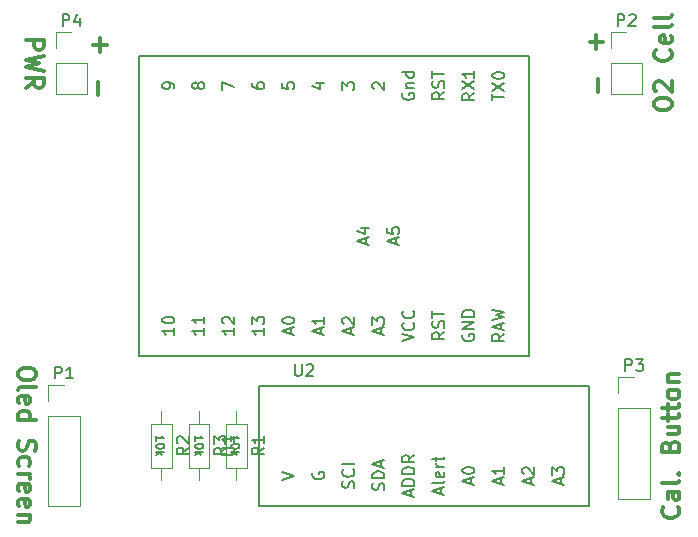
<source format=gto>
G04 #@! TF.FileFunction,Legend,Top*
%FSLAX46Y46*%
G04 Gerber Fmt 4.6, Leading zero omitted, Abs format (unit mm)*
G04 Created by KiCad (PCBNEW 4.0.5) date 04/29/17 21:11:23*
%MOMM*%
%LPD*%
G01*
G04 APERTURE LIST*
%ADD10C,0.100000*%
%ADD11C,0.175000*%
%ADD12C,0.300000*%
%ADD13C,0.120000*%
%ADD14C,0.150000*%
G04 APERTURE END LIST*
D10*
D11*
X185611333Y-135473333D02*
X185611333Y-135073333D01*
X185611333Y-135273333D02*
X186311333Y-135273333D01*
X186211333Y-135206667D01*
X186144667Y-135140000D01*
X186111333Y-135073333D01*
X186311333Y-135906667D02*
X186311333Y-135973334D01*
X186278000Y-136040000D01*
X186244667Y-136073334D01*
X186178000Y-136106667D01*
X186044667Y-136140000D01*
X185878000Y-136140000D01*
X185744667Y-136106667D01*
X185678000Y-136073334D01*
X185644667Y-136040000D01*
X185611333Y-135973334D01*
X185611333Y-135906667D01*
X185644667Y-135840000D01*
X185678000Y-135806667D01*
X185744667Y-135773334D01*
X185878000Y-135740000D01*
X186044667Y-135740000D01*
X186178000Y-135773334D01*
X186244667Y-135806667D01*
X186278000Y-135840000D01*
X186311333Y-135906667D01*
X185611333Y-136440001D02*
X186311333Y-136440001D01*
X185878000Y-136506667D02*
X185611333Y-136706667D01*
X186078000Y-136706667D02*
X185811333Y-136440001D01*
X182563333Y-135473333D02*
X182563333Y-135073333D01*
X182563333Y-135273333D02*
X183263333Y-135273333D01*
X183163333Y-135206667D01*
X183096667Y-135140000D01*
X183063333Y-135073333D01*
X183263333Y-135906667D02*
X183263333Y-135973334D01*
X183230000Y-136040000D01*
X183196667Y-136073334D01*
X183130000Y-136106667D01*
X182996667Y-136140000D01*
X182830000Y-136140000D01*
X182696667Y-136106667D01*
X182630000Y-136073334D01*
X182596667Y-136040000D01*
X182563333Y-135973334D01*
X182563333Y-135906667D01*
X182596667Y-135840000D01*
X182630000Y-135806667D01*
X182696667Y-135773334D01*
X182830000Y-135740000D01*
X182996667Y-135740000D01*
X183130000Y-135773334D01*
X183196667Y-135806667D01*
X183230000Y-135840000D01*
X183263333Y-135906667D01*
X182563333Y-136440001D02*
X183263333Y-136440001D01*
X182830000Y-136506667D02*
X182563333Y-136706667D01*
X183030000Y-136706667D02*
X182763333Y-136440001D01*
X179261333Y-135473333D02*
X179261333Y-135073333D01*
X179261333Y-135273333D02*
X179961333Y-135273333D01*
X179861333Y-135206667D01*
X179794667Y-135140000D01*
X179761333Y-135073333D01*
X179961333Y-135906667D02*
X179961333Y-135973334D01*
X179928000Y-136040000D01*
X179894667Y-136073334D01*
X179828000Y-136106667D01*
X179694667Y-136140000D01*
X179528000Y-136140000D01*
X179394667Y-136106667D01*
X179328000Y-136073334D01*
X179294667Y-136040000D01*
X179261333Y-135973334D01*
X179261333Y-135906667D01*
X179294667Y-135840000D01*
X179328000Y-135806667D01*
X179394667Y-135773334D01*
X179528000Y-135740000D01*
X179694667Y-135740000D01*
X179828000Y-135773334D01*
X179894667Y-135806667D01*
X179928000Y-135840000D01*
X179961333Y-135906667D01*
X179261333Y-136440001D02*
X179961333Y-136440001D01*
X179528000Y-136506667D02*
X179261333Y-136706667D01*
X179728000Y-136706667D02*
X179461333Y-136440001D01*
D12*
X173926572Y-101961143D02*
X175069429Y-101961143D01*
X174498000Y-102532571D02*
X174498000Y-101389714D01*
X174351143Y-106235428D02*
X174351143Y-105092571D01*
X215963572Y-101707143D02*
X217106429Y-101707143D01*
X216535000Y-102278571D02*
X216535000Y-101135714D01*
X216642143Y-105981428D02*
X216642143Y-104838571D01*
X168231429Y-101505000D02*
X169731429Y-101505000D01*
X169731429Y-102076428D01*
X169660000Y-102219286D01*
X169588571Y-102290714D01*
X169445714Y-102362143D01*
X169231429Y-102362143D01*
X169088571Y-102290714D01*
X169017143Y-102219286D01*
X168945714Y-102076428D01*
X168945714Y-101505000D01*
X169731429Y-102862143D02*
X168231429Y-103219286D01*
X169302857Y-103505000D01*
X168231429Y-103790714D01*
X169731429Y-104147857D01*
X168231429Y-105576429D02*
X168945714Y-105076429D01*
X168231429Y-104719286D02*
X169731429Y-104719286D01*
X169731429Y-105290714D01*
X169660000Y-105433572D01*
X169588571Y-105505000D01*
X169445714Y-105576429D01*
X169231429Y-105576429D01*
X169088571Y-105505000D01*
X169017143Y-105433572D01*
X168945714Y-105290714D01*
X168945714Y-104719286D01*
X169096429Y-129675715D02*
X169096429Y-129961429D01*
X169025000Y-130104287D01*
X168882143Y-130247144D01*
X168596429Y-130318572D01*
X168096429Y-130318572D01*
X167810714Y-130247144D01*
X167667857Y-130104287D01*
X167596429Y-129961429D01*
X167596429Y-129675715D01*
X167667857Y-129532858D01*
X167810714Y-129390001D01*
X168096429Y-129318572D01*
X168596429Y-129318572D01*
X168882143Y-129390001D01*
X169025000Y-129532858D01*
X169096429Y-129675715D01*
X167596429Y-131175716D02*
X167667857Y-131032858D01*
X167810714Y-130961430D01*
X169096429Y-130961430D01*
X167667857Y-132318572D02*
X167596429Y-132175715D01*
X167596429Y-131890001D01*
X167667857Y-131747144D01*
X167810714Y-131675715D01*
X168382143Y-131675715D01*
X168525000Y-131747144D01*
X168596429Y-131890001D01*
X168596429Y-132175715D01*
X168525000Y-132318572D01*
X168382143Y-132390001D01*
X168239286Y-132390001D01*
X168096429Y-131675715D01*
X167596429Y-133675715D02*
X169096429Y-133675715D01*
X167667857Y-133675715D02*
X167596429Y-133532858D01*
X167596429Y-133247144D01*
X167667857Y-133104286D01*
X167739286Y-133032858D01*
X167882143Y-132961429D01*
X168310714Y-132961429D01*
X168453571Y-133032858D01*
X168525000Y-133104286D01*
X168596429Y-133247144D01*
X168596429Y-133532858D01*
X168525000Y-133675715D01*
X167667857Y-135461429D02*
X167596429Y-135675715D01*
X167596429Y-136032858D01*
X167667857Y-136175715D01*
X167739286Y-136247144D01*
X167882143Y-136318572D01*
X168025000Y-136318572D01*
X168167857Y-136247144D01*
X168239286Y-136175715D01*
X168310714Y-136032858D01*
X168382143Y-135747144D01*
X168453571Y-135604286D01*
X168525000Y-135532858D01*
X168667857Y-135461429D01*
X168810714Y-135461429D01*
X168953571Y-135532858D01*
X169025000Y-135604286D01*
X169096429Y-135747144D01*
X169096429Y-136104286D01*
X169025000Y-136318572D01*
X167667857Y-137604286D02*
X167596429Y-137461429D01*
X167596429Y-137175715D01*
X167667857Y-137032857D01*
X167739286Y-136961429D01*
X167882143Y-136890000D01*
X168310714Y-136890000D01*
X168453571Y-136961429D01*
X168525000Y-137032857D01*
X168596429Y-137175715D01*
X168596429Y-137461429D01*
X168525000Y-137604286D01*
X167596429Y-138247143D02*
X168596429Y-138247143D01*
X168310714Y-138247143D02*
X168453571Y-138318571D01*
X168525000Y-138390000D01*
X168596429Y-138532857D01*
X168596429Y-138675714D01*
X167667857Y-139747142D02*
X167596429Y-139604285D01*
X167596429Y-139318571D01*
X167667857Y-139175714D01*
X167810714Y-139104285D01*
X168382143Y-139104285D01*
X168525000Y-139175714D01*
X168596429Y-139318571D01*
X168596429Y-139604285D01*
X168525000Y-139747142D01*
X168382143Y-139818571D01*
X168239286Y-139818571D01*
X168096429Y-139104285D01*
X167667857Y-141032856D02*
X167596429Y-140889999D01*
X167596429Y-140604285D01*
X167667857Y-140461428D01*
X167810714Y-140389999D01*
X168382143Y-140389999D01*
X168525000Y-140461428D01*
X168596429Y-140604285D01*
X168596429Y-140889999D01*
X168525000Y-141032856D01*
X168382143Y-141104285D01*
X168239286Y-141104285D01*
X168096429Y-140389999D01*
X168596429Y-141747142D02*
X167596429Y-141747142D01*
X168453571Y-141747142D02*
X168525000Y-141818570D01*
X168596429Y-141961428D01*
X168596429Y-142175713D01*
X168525000Y-142318570D01*
X168382143Y-142389999D01*
X167596429Y-142389999D01*
X223420714Y-141068571D02*
X223492143Y-141140000D01*
X223563571Y-141354286D01*
X223563571Y-141497143D01*
X223492143Y-141711428D01*
X223349286Y-141854286D01*
X223206429Y-141925714D01*
X222920714Y-141997143D01*
X222706429Y-141997143D01*
X222420714Y-141925714D01*
X222277857Y-141854286D01*
X222135000Y-141711428D01*
X222063571Y-141497143D01*
X222063571Y-141354286D01*
X222135000Y-141140000D01*
X222206429Y-141068571D01*
X223563571Y-139782857D02*
X222777857Y-139782857D01*
X222635000Y-139854286D01*
X222563571Y-139997143D01*
X222563571Y-140282857D01*
X222635000Y-140425714D01*
X223492143Y-139782857D02*
X223563571Y-139925714D01*
X223563571Y-140282857D01*
X223492143Y-140425714D01*
X223349286Y-140497143D01*
X223206429Y-140497143D01*
X223063571Y-140425714D01*
X222992143Y-140282857D01*
X222992143Y-139925714D01*
X222920714Y-139782857D01*
X223563571Y-138854285D02*
X223492143Y-138997143D01*
X223349286Y-139068571D01*
X222063571Y-139068571D01*
X223420714Y-138282857D02*
X223492143Y-138211429D01*
X223563571Y-138282857D01*
X223492143Y-138354286D01*
X223420714Y-138282857D01*
X223563571Y-138282857D01*
X222777857Y-135925714D02*
X222849286Y-135711428D01*
X222920714Y-135640000D01*
X223063571Y-135568571D01*
X223277857Y-135568571D01*
X223420714Y-135640000D01*
X223492143Y-135711428D01*
X223563571Y-135854286D01*
X223563571Y-136425714D01*
X222063571Y-136425714D01*
X222063571Y-135925714D01*
X222135000Y-135782857D01*
X222206429Y-135711428D01*
X222349286Y-135640000D01*
X222492143Y-135640000D01*
X222635000Y-135711428D01*
X222706429Y-135782857D01*
X222777857Y-135925714D01*
X222777857Y-136425714D01*
X222563571Y-134282857D02*
X223563571Y-134282857D01*
X222563571Y-134925714D02*
X223349286Y-134925714D01*
X223492143Y-134854286D01*
X223563571Y-134711428D01*
X223563571Y-134497143D01*
X223492143Y-134354286D01*
X223420714Y-134282857D01*
X222563571Y-133782857D02*
X222563571Y-133211428D01*
X222063571Y-133568571D02*
X223349286Y-133568571D01*
X223492143Y-133497143D01*
X223563571Y-133354285D01*
X223563571Y-133211428D01*
X222563571Y-132925714D02*
X222563571Y-132354285D01*
X222063571Y-132711428D02*
X223349286Y-132711428D01*
X223492143Y-132640000D01*
X223563571Y-132497142D01*
X223563571Y-132354285D01*
X223563571Y-131639999D02*
X223492143Y-131782857D01*
X223420714Y-131854285D01*
X223277857Y-131925714D01*
X222849286Y-131925714D01*
X222706429Y-131854285D01*
X222635000Y-131782857D01*
X222563571Y-131639999D01*
X222563571Y-131425714D01*
X222635000Y-131282857D01*
X222706429Y-131211428D01*
X222849286Y-131139999D01*
X223277857Y-131139999D01*
X223420714Y-131211428D01*
X223492143Y-131282857D01*
X223563571Y-131425714D01*
X223563571Y-131639999D01*
X222563571Y-130497142D02*
X223563571Y-130497142D01*
X222706429Y-130497142D02*
X222635000Y-130425714D01*
X222563571Y-130282856D01*
X222563571Y-130068571D01*
X222635000Y-129925714D01*
X222777857Y-129854285D01*
X223563571Y-129854285D01*
X221428571Y-107112142D02*
X221428571Y-106826428D01*
X221500000Y-106683570D01*
X221642857Y-106540713D01*
X221928571Y-106469285D01*
X222428571Y-106469285D01*
X222714286Y-106540713D01*
X222857143Y-106683570D01*
X222928571Y-106826428D01*
X222928571Y-107112142D01*
X222857143Y-107254999D01*
X222714286Y-107397856D01*
X222428571Y-107469285D01*
X221928571Y-107469285D01*
X221642857Y-107397856D01*
X221500000Y-107254999D01*
X221428571Y-107112142D01*
X221571429Y-105897856D02*
X221500000Y-105826427D01*
X221428571Y-105683570D01*
X221428571Y-105326427D01*
X221500000Y-105183570D01*
X221571429Y-105112141D01*
X221714286Y-105040713D01*
X221857143Y-105040713D01*
X222071429Y-105112141D01*
X222928571Y-105969284D01*
X222928571Y-105040713D01*
X222785714Y-102397856D02*
X222857143Y-102469285D01*
X222928571Y-102683571D01*
X222928571Y-102826428D01*
X222857143Y-103040713D01*
X222714286Y-103183571D01*
X222571429Y-103254999D01*
X222285714Y-103326428D01*
X222071429Y-103326428D01*
X221785714Y-103254999D01*
X221642857Y-103183571D01*
X221500000Y-103040713D01*
X221428571Y-102826428D01*
X221428571Y-102683571D01*
X221500000Y-102469285D01*
X221571429Y-102397856D01*
X222857143Y-101183571D02*
X222928571Y-101326428D01*
X222928571Y-101612142D01*
X222857143Y-101754999D01*
X222714286Y-101826428D01*
X222142857Y-101826428D01*
X222000000Y-101754999D01*
X221928571Y-101612142D01*
X221928571Y-101326428D01*
X222000000Y-101183571D01*
X222142857Y-101112142D01*
X222285714Y-101112142D01*
X222428571Y-101826428D01*
X222928571Y-100254999D02*
X222857143Y-100397857D01*
X222714286Y-100469285D01*
X221428571Y-100469285D01*
X222928571Y-99469285D02*
X222857143Y-99612143D01*
X222714286Y-99683571D01*
X221428571Y-99683571D01*
D13*
X170120000Y-133350000D02*
X170120000Y-141030000D01*
X170120000Y-141030000D02*
X172780000Y-141030000D01*
X172780000Y-141030000D02*
X172780000Y-133350000D01*
X172780000Y-133350000D02*
X170120000Y-133350000D01*
X170120000Y-132080000D02*
X170120000Y-130750000D01*
X170120000Y-130750000D02*
X171450000Y-130750000D01*
X217745000Y-103505000D02*
X217745000Y-106105000D01*
X217745000Y-106105000D02*
X220405000Y-106105000D01*
X220405000Y-106105000D02*
X220405000Y-103505000D01*
X220405000Y-103505000D02*
X217745000Y-103505000D01*
X217745000Y-102235000D02*
X217745000Y-100905000D01*
X217745000Y-100905000D02*
X219075000Y-100905000D01*
X218380000Y-132715000D02*
X218380000Y-140395000D01*
X218380000Y-140395000D02*
X221040000Y-140395000D01*
X221040000Y-140395000D02*
X221040000Y-132715000D01*
X221040000Y-132715000D02*
X218380000Y-132715000D01*
X218380000Y-131445000D02*
X218380000Y-130115000D01*
X218380000Y-130115000D02*
X219710000Y-130115000D01*
X170755000Y-103505000D02*
X170755000Y-106105000D01*
X170755000Y-106105000D02*
X173415000Y-106105000D01*
X173415000Y-106105000D02*
X173415000Y-103505000D01*
X173415000Y-103505000D02*
X170755000Y-103505000D01*
X170755000Y-102235000D02*
X170755000Y-100905000D01*
X170755000Y-100905000D02*
X172085000Y-100905000D01*
X186915000Y-134030000D02*
X185195000Y-134030000D01*
X185195000Y-134030000D02*
X185195000Y-137750000D01*
X185195000Y-137750000D02*
X186915000Y-137750000D01*
X186915000Y-137750000D02*
X186915000Y-134030000D01*
X186055000Y-132960000D02*
X186055000Y-134030000D01*
X186055000Y-138820000D02*
X186055000Y-137750000D01*
X180565000Y-134030000D02*
X178845000Y-134030000D01*
X178845000Y-134030000D02*
X178845000Y-137750000D01*
X178845000Y-137750000D02*
X180565000Y-137750000D01*
X180565000Y-137750000D02*
X180565000Y-134030000D01*
X179705000Y-132960000D02*
X179705000Y-134030000D01*
X179705000Y-138820000D02*
X179705000Y-137750000D01*
X183740000Y-134030000D02*
X182020000Y-134030000D01*
X182020000Y-134030000D02*
X182020000Y-137750000D01*
X182020000Y-137750000D02*
X183740000Y-137750000D01*
X183740000Y-137750000D02*
X183740000Y-134030000D01*
X182880000Y-132960000D02*
X182880000Y-134030000D01*
X182880000Y-138820000D02*
X182880000Y-137750000D01*
D14*
X177800000Y-102870000D02*
X177800000Y-128270000D01*
X210820000Y-102870000D02*
X210820000Y-128270000D01*
X177800000Y-102870000D02*
X210820000Y-102870000D01*
X177800000Y-128270000D02*
X210820000Y-128270000D01*
X187960000Y-130810000D02*
X187960000Y-140970000D01*
X187960000Y-140970000D02*
X215900000Y-140970000D01*
X215900000Y-140970000D02*
X215900000Y-130810000D01*
X215900000Y-130810000D02*
X187960000Y-130810000D01*
X170711905Y-130202381D02*
X170711905Y-129202381D01*
X171092858Y-129202381D01*
X171188096Y-129250000D01*
X171235715Y-129297619D01*
X171283334Y-129392857D01*
X171283334Y-129535714D01*
X171235715Y-129630952D01*
X171188096Y-129678571D01*
X171092858Y-129726190D01*
X170711905Y-129726190D01*
X172235715Y-130202381D02*
X171664286Y-130202381D01*
X171950000Y-130202381D02*
X171950000Y-129202381D01*
X171854762Y-129345238D01*
X171759524Y-129440476D01*
X171664286Y-129488095D01*
X218336905Y-100357381D02*
X218336905Y-99357381D01*
X218717858Y-99357381D01*
X218813096Y-99405000D01*
X218860715Y-99452619D01*
X218908334Y-99547857D01*
X218908334Y-99690714D01*
X218860715Y-99785952D01*
X218813096Y-99833571D01*
X218717858Y-99881190D01*
X218336905Y-99881190D01*
X219289286Y-99452619D02*
X219336905Y-99405000D01*
X219432143Y-99357381D01*
X219670239Y-99357381D01*
X219765477Y-99405000D01*
X219813096Y-99452619D01*
X219860715Y-99547857D01*
X219860715Y-99643095D01*
X219813096Y-99785952D01*
X219241667Y-100357381D01*
X219860715Y-100357381D01*
X218971905Y-129567381D02*
X218971905Y-128567381D01*
X219352858Y-128567381D01*
X219448096Y-128615000D01*
X219495715Y-128662619D01*
X219543334Y-128757857D01*
X219543334Y-128900714D01*
X219495715Y-128995952D01*
X219448096Y-129043571D01*
X219352858Y-129091190D01*
X218971905Y-129091190D01*
X219876667Y-128567381D02*
X220495715Y-128567381D01*
X220162381Y-128948333D01*
X220305239Y-128948333D01*
X220400477Y-128995952D01*
X220448096Y-129043571D01*
X220495715Y-129138810D01*
X220495715Y-129376905D01*
X220448096Y-129472143D01*
X220400477Y-129519762D01*
X220305239Y-129567381D01*
X220019524Y-129567381D01*
X219924286Y-129519762D01*
X219876667Y-129472143D01*
X171346905Y-100357381D02*
X171346905Y-99357381D01*
X171727858Y-99357381D01*
X171823096Y-99405000D01*
X171870715Y-99452619D01*
X171918334Y-99547857D01*
X171918334Y-99690714D01*
X171870715Y-99785952D01*
X171823096Y-99833571D01*
X171727858Y-99881190D01*
X171346905Y-99881190D01*
X172775477Y-99690714D02*
X172775477Y-100357381D01*
X172537381Y-99309762D02*
X172299286Y-100024048D01*
X172918334Y-100024048D01*
X188367381Y-136056666D02*
X187891190Y-136390000D01*
X188367381Y-136628095D02*
X187367381Y-136628095D01*
X187367381Y-136247142D01*
X187415000Y-136151904D01*
X187462619Y-136104285D01*
X187557857Y-136056666D01*
X187700714Y-136056666D01*
X187795952Y-136104285D01*
X187843571Y-136151904D01*
X187891190Y-136247142D01*
X187891190Y-136628095D01*
X188367381Y-135104285D02*
X188367381Y-135675714D01*
X188367381Y-135390000D02*
X187367381Y-135390000D01*
X187510238Y-135485238D01*
X187605476Y-135580476D01*
X187653095Y-135675714D01*
X182017381Y-136056666D02*
X181541190Y-136390000D01*
X182017381Y-136628095D02*
X181017381Y-136628095D01*
X181017381Y-136247142D01*
X181065000Y-136151904D01*
X181112619Y-136104285D01*
X181207857Y-136056666D01*
X181350714Y-136056666D01*
X181445952Y-136104285D01*
X181493571Y-136151904D01*
X181541190Y-136247142D01*
X181541190Y-136628095D01*
X181112619Y-135675714D02*
X181065000Y-135628095D01*
X181017381Y-135532857D01*
X181017381Y-135294761D01*
X181065000Y-135199523D01*
X181112619Y-135151904D01*
X181207857Y-135104285D01*
X181303095Y-135104285D01*
X181445952Y-135151904D01*
X182017381Y-135723333D01*
X182017381Y-135104285D01*
X185192381Y-136056666D02*
X184716190Y-136390000D01*
X185192381Y-136628095D02*
X184192381Y-136628095D01*
X184192381Y-136247142D01*
X184240000Y-136151904D01*
X184287619Y-136104285D01*
X184382857Y-136056666D01*
X184525714Y-136056666D01*
X184620952Y-136104285D01*
X184668571Y-136151904D01*
X184716190Y-136247142D01*
X184716190Y-136628095D01*
X184192381Y-135723333D02*
X184192381Y-135104285D01*
X184573333Y-135437619D01*
X184573333Y-135294761D01*
X184620952Y-135199523D01*
X184668571Y-135151904D01*
X184763810Y-135104285D01*
X185001905Y-135104285D01*
X185097143Y-135151904D01*
X185144762Y-135199523D01*
X185192381Y-135294761D01*
X185192381Y-135580476D01*
X185144762Y-135675714D01*
X185097143Y-135723333D01*
X191008095Y-128992381D02*
X191008095Y-129801905D01*
X191055714Y-129897143D01*
X191103333Y-129944762D01*
X191198571Y-129992381D01*
X191389048Y-129992381D01*
X191484286Y-129944762D01*
X191531905Y-129897143D01*
X191579524Y-129801905D01*
X191579524Y-128992381D01*
X192008095Y-129087619D02*
X192055714Y-129040000D01*
X192150952Y-128992381D01*
X192389048Y-128992381D01*
X192484286Y-129040000D01*
X192531905Y-129087619D01*
X192579524Y-129182857D01*
X192579524Y-129278095D01*
X192531905Y-129420952D01*
X191960476Y-129992381D01*
X192579524Y-129992381D01*
X199556667Y-118824286D02*
X199556667Y-118348095D01*
X199842381Y-118919524D02*
X198842381Y-118586191D01*
X199842381Y-118252857D01*
X198842381Y-117443333D02*
X198842381Y-117919524D01*
X199318571Y-117967143D01*
X199270952Y-117919524D01*
X199223333Y-117824286D01*
X199223333Y-117586190D01*
X199270952Y-117490952D01*
X199318571Y-117443333D01*
X199413810Y-117395714D01*
X199651905Y-117395714D01*
X199747143Y-117443333D01*
X199794762Y-117490952D01*
X199842381Y-117586190D01*
X199842381Y-117824286D01*
X199794762Y-117919524D01*
X199747143Y-117967143D01*
X197016667Y-118824286D02*
X197016667Y-118348095D01*
X197302381Y-118919524D02*
X196302381Y-118586191D01*
X197302381Y-118252857D01*
X196635714Y-117490952D02*
X197302381Y-117490952D01*
X196254762Y-117729048D02*
X196969048Y-117967143D01*
X196969048Y-117348095D01*
X180792381Y-105600476D02*
X180792381Y-105410000D01*
X180744762Y-105314761D01*
X180697143Y-105267142D01*
X180554286Y-105171904D01*
X180363810Y-105124285D01*
X179982857Y-105124285D01*
X179887619Y-105171904D01*
X179840000Y-105219523D01*
X179792381Y-105314761D01*
X179792381Y-105505238D01*
X179840000Y-105600476D01*
X179887619Y-105648095D01*
X179982857Y-105695714D01*
X180220952Y-105695714D01*
X180316190Y-105648095D01*
X180363810Y-105600476D01*
X180411429Y-105505238D01*
X180411429Y-105314761D01*
X180363810Y-105219523D01*
X180316190Y-105171904D01*
X180220952Y-105124285D01*
X182760952Y-105505238D02*
X182713333Y-105600476D01*
X182665714Y-105648095D01*
X182570476Y-105695714D01*
X182522857Y-105695714D01*
X182427619Y-105648095D01*
X182380000Y-105600476D01*
X182332381Y-105505238D01*
X182332381Y-105314761D01*
X182380000Y-105219523D01*
X182427619Y-105171904D01*
X182522857Y-105124285D01*
X182570476Y-105124285D01*
X182665714Y-105171904D01*
X182713333Y-105219523D01*
X182760952Y-105314761D01*
X182760952Y-105505238D01*
X182808571Y-105600476D01*
X182856190Y-105648095D01*
X182951429Y-105695714D01*
X183141905Y-105695714D01*
X183237143Y-105648095D01*
X183284762Y-105600476D01*
X183332381Y-105505238D01*
X183332381Y-105314761D01*
X183284762Y-105219523D01*
X183237143Y-105171904D01*
X183141905Y-105124285D01*
X182951429Y-105124285D01*
X182856190Y-105171904D01*
X182808571Y-105219523D01*
X182760952Y-105314761D01*
X184872381Y-105743333D02*
X184872381Y-105076666D01*
X185872381Y-105505238D01*
X187412381Y-105219523D02*
X187412381Y-105410000D01*
X187460000Y-105505238D01*
X187507619Y-105552857D01*
X187650476Y-105648095D01*
X187840952Y-105695714D01*
X188221905Y-105695714D01*
X188317143Y-105648095D01*
X188364762Y-105600476D01*
X188412381Y-105505238D01*
X188412381Y-105314761D01*
X188364762Y-105219523D01*
X188317143Y-105171904D01*
X188221905Y-105124285D01*
X187983810Y-105124285D01*
X187888571Y-105171904D01*
X187840952Y-105219523D01*
X187793333Y-105314761D01*
X187793333Y-105505238D01*
X187840952Y-105600476D01*
X187888571Y-105648095D01*
X187983810Y-105695714D01*
X189952381Y-105171904D02*
X189952381Y-105648095D01*
X190428571Y-105695714D01*
X190380952Y-105648095D01*
X190333333Y-105552857D01*
X190333333Y-105314761D01*
X190380952Y-105219523D01*
X190428571Y-105171904D01*
X190523810Y-105124285D01*
X190761905Y-105124285D01*
X190857143Y-105171904D01*
X190904762Y-105219523D01*
X190952381Y-105314761D01*
X190952381Y-105552857D01*
X190904762Y-105648095D01*
X190857143Y-105695714D01*
X192825714Y-105219523D02*
X193492381Y-105219523D01*
X192444762Y-105457619D02*
X193159048Y-105695714D01*
X193159048Y-105076666D01*
X195032381Y-105743333D02*
X195032381Y-105124285D01*
X195413333Y-105457619D01*
X195413333Y-105314761D01*
X195460952Y-105219523D01*
X195508571Y-105171904D01*
X195603810Y-105124285D01*
X195841905Y-105124285D01*
X195937143Y-105171904D01*
X195984762Y-105219523D01*
X196032381Y-105314761D01*
X196032381Y-105600476D01*
X195984762Y-105695714D01*
X195937143Y-105743333D01*
X197667619Y-105695714D02*
X197620000Y-105648095D01*
X197572381Y-105552857D01*
X197572381Y-105314761D01*
X197620000Y-105219523D01*
X197667619Y-105171904D01*
X197762857Y-105124285D01*
X197858095Y-105124285D01*
X198000952Y-105171904D01*
X198572381Y-105743333D01*
X198572381Y-105124285D01*
X200160000Y-106052857D02*
X200112381Y-106148095D01*
X200112381Y-106290952D01*
X200160000Y-106433810D01*
X200255238Y-106529048D01*
X200350476Y-106576667D01*
X200540952Y-106624286D01*
X200683810Y-106624286D01*
X200874286Y-106576667D01*
X200969524Y-106529048D01*
X201064762Y-106433810D01*
X201112381Y-106290952D01*
X201112381Y-106195714D01*
X201064762Y-106052857D01*
X201017143Y-106005238D01*
X200683810Y-106005238D01*
X200683810Y-106195714D01*
X200445714Y-105576667D02*
X201112381Y-105576667D01*
X200540952Y-105576667D02*
X200493333Y-105529048D01*
X200445714Y-105433810D01*
X200445714Y-105290952D01*
X200493333Y-105195714D01*
X200588571Y-105148095D01*
X201112381Y-105148095D01*
X201112381Y-104243333D02*
X200112381Y-104243333D01*
X201064762Y-104243333D02*
X201112381Y-104338571D01*
X201112381Y-104529048D01*
X201064762Y-104624286D01*
X201017143Y-104671905D01*
X200921905Y-104719524D01*
X200636190Y-104719524D01*
X200540952Y-104671905D01*
X200493333Y-104624286D01*
X200445714Y-104529048D01*
X200445714Y-104338571D01*
X200493333Y-104243333D01*
X203652381Y-105957619D02*
X203176190Y-106290953D01*
X203652381Y-106529048D02*
X202652381Y-106529048D01*
X202652381Y-106148095D01*
X202700000Y-106052857D01*
X202747619Y-106005238D01*
X202842857Y-105957619D01*
X202985714Y-105957619D01*
X203080952Y-106005238D01*
X203128571Y-106052857D01*
X203176190Y-106148095D01*
X203176190Y-106529048D01*
X203604762Y-105576667D02*
X203652381Y-105433810D01*
X203652381Y-105195714D01*
X203604762Y-105100476D01*
X203557143Y-105052857D01*
X203461905Y-105005238D01*
X203366667Y-105005238D01*
X203271429Y-105052857D01*
X203223810Y-105100476D01*
X203176190Y-105195714D01*
X203128571Y-105386191D01*
X203080952Y-105481429D01*
X203033333Y-105529048D01*
X202938095Y-105576667D01*
X202842857Y-105576667D01*
X202747619Y-105529048D01*
X202700000Y-105481429D01*
X202652381Y-105386191D01*
X202652381Y-105148095D01*
X202700000Y-105005238D01*
X202652381Y-104719524D02*
X202652381Y-104148095D01*
X203652381Y-104433810D02*
X202652381Y-104433810D01*
X206192381Y-106052857D02*
X205716190Y-106386191D01*
X206192381Y-106624286D02*
X205192381Y-106624286D01*
X205192381Y-106243333D01*
X205240000Y-106148095D01*
X205287619Y-106100476D01*
X205382857Y-106052857D01*
X205525714Y-106052857D01*
X205620952Y-106100476D01*
X205668571Y-106148095D01*
X205716190Y-106243333D01*
X205716190Y-106624286D01*
X205192381Y-105719524D02*
X206192381Y-105052857D01*
X205192381Y-105052857D02*
X206192381Y-105719524D01*
X206192381Y-104148095D02*
X206192381Y-104719524D01*
X206192381Y-104433810D02*
X205192381Y-104433810D01*
X205335238Y-104529048D01*
X205430476Y-104624286D01*
X205478095Y-104719524D01*
X207732381Y-106648095D02*
X207732381Y-106076666D01*
X208732381Y-106362381D02*
X207732381Y-106362381D01*
X207732381Y-105838571D02*
X208732381Y-105171904D01*
X207732381Y-105171904D02*
X208732381Y-105838571D01*
X207732381Y-104600476D02*
X207732381Y-104505237D01*
X207780000Y-104409999D01*
X207827619Y-104362380D01*
X207922857Y-104314761D01*
X208113333Y-104267142D01*
X208351429Y-104267142D01*
X208541905Y-104314761D01*
X208637143Y-104362380D01*
X208684762Y-104409999D01*
X208732381Y-104505237D01*
X208732381Y-104600476D01*
X208684762Y-104695714D01*
X208637143Y-104743333D01*
X208541905Y-104790952D01*
X208351429Y-104838571D01*
X208113333Y-104838571D01*
X207922857Y-104790952D01*
X207827619Y-104743333D01*
X207780000Y-104695714D01*
X207732381Y-104600476D01*
X188412381Y-125920476D02*
X188412381Y-126491905D01*
X188412381Y-126206191D02*
X187412381Y-126206191D01*
X187555238Y-126301429D01*
X187650476Y-126396667D01*
X187698095Y-126491905D01*
X187412381Y-125587143D02*
X187412381Y-124968095D01*
X187793333Y-125301429D01*
X187793333Y-125158571D01*
X187840952Y-125063333D01*
X187888571Y-125015714D01*
X187983810Y-124968095D01*
X188221905Y-124968095D01*
X188317143Y-125015714D01*
X188364762Y-125063333D01*
X188412381Y-125158571D01*
X188412381Y-125444286D01*
X188364762Y-125539524D01*
X188317143Y-125587143D01*
X208732381Y-126420476D02*
X208256190Y-126753810D01*
X208732381Y-126991905D02*
X207732381Y-126991905D01*
X207732381Y-126610952D01*
X207780000Y-126515714D01*
X207827619Y-126468095D01*
X207922857Y-126420476D01*
X208065714Y-126420476D01*
X208160952Y-126468095D01*
X208208571Y-126515714D01*
X208256190Y-126610952D01*
X208256190Y-126991905D01*
X208446667Y-126039524D02*
X208446667Y-125563333D01*
X208732381Y-126134762D02*
X207732381Y-125801429D01*
X208732381Y-125468095D01*
X207732381Y-125230000D02*
X208732381Y-124991905D01*
X208018095Y-124801428D01*
X208732381Y-124610952D01*
X207732381Y-124372857D01*
X205240000Y-126491904D02*
X205192381Y-126587142D01*
X205192381Y-126729999D01*
X205240000Y-126872857D01*
X205335238Y-126968095D01*
X205430476Y-127015714D01*
X205620952Y-127063333D01*
X205763810Y-127063333D01*
X205954286Y-127015714D01*
X206049524Y-126968095D01*
X206144762Y-126872857D01*
X206192381Y-126729999D01*
X206192381Y-126634761D01*
X206144762Y-126491904D01*
X206097143Y-126444285D01*
X205763810Y-126444285D01*
X205763810Y-126634761D01*
X206192381Y-126015714D02*
X205192381Y-126015714D01*
X206192381Y-125444285D01*
X205192381Y-125444285D01*
X206192381Y-124968095D02*
X205192381Y-124968095D01*
X205192381Y-124730000D01*
X205240000Y-124587142D01*
X205335238Y-124491904D01*
X205430476Y-124444285D01*
X205620952Y-124396666D01*
X205763810Y-124396666D01*
X205954286Y-124444285D01*
X206049524Y-124491904D01*
X206144762Y-124587142D01*
X206192381Y-124730000D01*
X206192381Y-124968095D01*
X203652381Y-126277619D02*
X203176190Y-126610953D01*
X203652381Y-126849048D02*
X202652381Y-126849048D01*
X202652381Y-126468095D01*
X202700000Y-126372857D01*
X202747619Y-126325238D01*
X202842857Y-126277619D01*
X202985714Y-126277619D01*
X203080952Y-126325238D01*
X203128571Y-126372857D01*
X203176190Y-126468095D01*
X203176190Y-126849048D01*
X203604762Y-125896667D02*
X203652381Y-125753810D01*
X203652381Y-125515714D01*
X203604762Y-125420476D01*
X203557143Y-125372857D01*
X203461905Y-125325238D01*
X203366667Y-125325238D01*
X203271429Y-125372857D01*
X203223810Y-125420476D01*
X203176190Y-125515714D01*
X203128571Y-125706191D01*
X203080952Y-125801429D01*
X203033333Y-125849048D01*
X202938095Y-125896667D01*
X202842857Y-125896667D01*
X202747619Y-125849048D01*
X202700000Y-125801429D01*
X202652381Y-125706191D01*
X202652381Y-125468095D01*
X202700000Y-125325238D01*
X202652381Y-125039524D02*
X202652381Y-124468095D01*
X203652381Y-124753810D02*
X202652381Y-124753810D01*
X200112381Y-127063333D02*
X201112381Y-126730000D01*
X200112381Y-126396666D01*
X201017143Y-125491904D02*
X201064762Y-125539523D01*
X201112381Y-125682380D01*
X201112381Y-125777618D01*
X201064762Y-125920476D01*
X200969524Y-126015714D01*
X200874286Y-126063333D01*
X200683810Y-126110952D01*
X200540952Y-126110952D01*
X200350476Y-126063333D01*
X200255238Y-126015714D01*
X200160000Y-125920476D01*
X200112381Y-125777618D01*
X200112381Y-125682380D01*
X200160000Y-125539523D01*
X200207619Y-125491904D01*
X201017143Y-124491904D02*
X201064762Y-124539523D01*
X201112381Y-124682380D01*
X201112381Y-124777618D01*
X201064762Y-124920476D01*
X200969524Y-125015714D01*
X200874286Y-125063333D01*
X200683810Y-125110952D01*
X200540952Y-125110952D01*
X200350476Y-125063333D01*
X200255238Y-125015714D01*
X200160000Y-124920476D01*
X200112381Y-124777618D01*
X200112381Y-124682380D01*
X200160000Y-124539523D01*
X200207619Y-124491904D01*
X198286667Y-126444286D02*
X198286667Y-125968095D01*
X198572381Y-126539524D02*
X197572381Y-126206191D01*
X198572381Y-125872857D01*
X197572381Y-125634762D02*
X197572381Y-125015714D01*
X197953333Y-125349048D01*
X197953333Y-125206190D01*
X198000952Y-125110952D01*
X198048571Y-125063333D01*
X198143810Y-125015714D01*
X198381905Y-125015714D01*
X198477143Y-125063333D01*
X198524762Y-125110952D01*
X198572381Y-125206190D01*
X198572381Y-125491905D01*
X198524762Y-125587143D01*
X198477143Y-125634762D01*
X195746667Y-126444286D02*
X195746667Y-125968095D01*
X196032381Y-126539524D02*
X195032381Y-126206191D01*
X196032381Y-125872857D01*
X195127619Y-125587143D02*
X195080000Y-125539524D01*
X195032381Y-125444286D01*
X195032381Y-125206190D01*
X195080000Y-125110952D01*
X195127619Y-125063333D01*
X195222857Y-125015714D01*
X195318095Y-125015714D01*
X195460952Y-125063333D01*
X196032381Y-125634762D01*
X196032381Y-125015714D01*
X193206667Y-126444286D02*
X193206667Y-125968095D01*
X193492381Y-126539524D02*
X192492381Y-126206191D01*
X193492381Y-125872857D01*
X193492381Y-125015714D02*
X193492381Y-125587143D01*
X193492381Y-125301429D02*
X192492381Y-125301429D01*
X192635238Y-125396667D01*
X192730476Y-125491905D01*
X192778095Y-125587143D01*
X190666667Y-126444286D02*
X190666667Y-125968095D01*
X190952381Y-126539524D02*
X189952381Y-126206191D01*
X190952381Y-125872857D01*
X189952381Y-125349048D02*
X189952381Y-125253809D01*
X190000000Y-125158571D01*
X190047619Y-125110952D01*
X190142857Y-125063333D01*
X190333333Y-125015714D01*
X190571429Y-125015714D01*
X190761905Y-125063333D01*
X190857143Y-125110952D01*
X190904762Y-125158571D01*
X190952381Y-125253809D01*
X190952381Y-125349048D01*
X190904762Y-125444286D01*
X190857143Y-125491905D01*
X190761905Y-125539524D01*
X190571429Y-125587143D01*
X190333333Y-125587143D01*
X190142857Y-125539524D01*
X190047619Y-125491905D01*
X190000000Y-125444286D01*
X189952381Y-125349048D01*
X185872381Y-125920476D02*
X185872381Y-126491905D01*
X185872381Y-126206191D02*
X184872381Y-126206191D01*
X185015238Y-126301429D01*
X185110476Y-126396667D01*
X185158095Y-126491905D01*
X184967619Y-125539524D02*
X184920000Y-125491905D01*
X184872381Y-125396667D01*
X184872381Y-125158571D01*
X184920000Y-125063333D01*
X184967619Y-125015714D01*
X185062857Y-124968095D01*
X185158095Y-124968095D01*
X185300952Y-125015714D01*
X185872381Y-125587143D01*
X185872381Y-124968095D01*
X183332381Y-125920476D02*
X183332381Y-126491905D01*
X183332381Y-126206191D02*
X182332381Y-126206191D01*
X182475238Y-126301429D01*
X182570476Y-126396667D01*
X182618095Y-126491905D01*
X183332381Y-124968095D02*
X183332381Y-125539524D01*
X183332381Y-125253810D02*
X182332381Y-125253810D01*
X182475238Y-125349048D01*
X182570476Y-125444286D01*
X182618095Y-125539524D01*
X180792381Y-125920476D02*
X180792381Y-126491905D01*
X180792381Y-126206191D02*
X179792381Y-126206191D01*
X179935238Y-126301429D01*
X180030476Y-126396667D01*
X180078095Y-126491905D01*
X179792381Y-125301429D02*
X179792381Y-125206190D01*
X179840000Y-125110952D01*
X179887619Y-125063333D01*
X179982857Y-125015714D01*
X180173333Y-124968095D01*
X180411429Y-124968095D01*
X180601905Y-125015714D01*
X180697143Y-125063333D01*
X180744762Y-125110952D01*
X180792381Y-125206190D01*
X180792381Y-125301429D01*
X180744762Y-125396667D01*
X180697143Y-125444286D01*
X180601905Y-125491905D01*
X180411429Y-125539524D01*
X180173333Y-125539524D01*
X179982857Y-125491905D01*
X179887619Y-125444286D01*
X179840000Y-125396667D01*
X179792381Y-125301429D01*
X184872381Y-136651905D02*
X185681905Y-136651905D01*
X185777143Y-136604286D01*
X185824762Y-136556667D01*
X185872381Y-136461429D01*
X185872381Y-136270952D01*
X185824762Y-136175714D01*
X185777143Y-136128095D01*
X185681905Y-136080476D01*
X184872381Y-136080476D01*
X185872381Y-135080476D02*
X185872381Y-135651905D01*
X185872381Y-135366191D02*
X184872381Y-135366191D01*
X185015238Y-135461429D01*
X185110476Y-135556667D01*
X185158095Y-135651905D01*
X213526667Y-139144286D02*
X213526667Y-138668095D01*
X213812381Y-139239524D02*
X212812381Y-138906191D01*
X213812381Y-138572857D01*
X212812381Y-138334762D02*
X212812381Y-137715714D01*
X213193333Y-138049048D01*
X213193333Y-137906190D01*
X213240952Y-137810952D01*
X213288571Y-137763333D01*
X213383810Y-137715714D01*
X213621905Y-137715714D01*
X213717143Y-137763333D01*
X213764762Y-137810952D01*
X213812381Y-137906190D01*
X213812381Y-138191905D01*
X213764762Y-138287143D01*
X213717143Y-138334762D01*
X210986667Y-139144286D02*
X210986667Y-138668095D01*
X211272381Y-139239524D02*
X210272381Y-138906191D01*
X211272381Y-138572857D01*
X210367619Y-138287143D02*
X210320000Y-138239524D01*
X210272381Y-138144286D01*
X210272381Y-137906190D01*
X210320000Y-137810952D01*
X210367619Y-137763333D01*
X210462857Y-137715714D01*
X210558095Y-137715714D01*
X210700952Y-137763333D01*
X211272381Y-138334762D01*
X211272381Y-137715714D01*
X208446667Y-139144286D02*
X208446667Y-138668095D01*
X208732381Y-139239524D02*
X207732381Y-138906191D01*
X208732381Y-138572857D01*
X208732381Y-137715714D02*
X208732381Y-138287143D01*
X208732381Y-138001429D02*
X207732381Y-138001429D01*
X207875238Y-138096667D01*
X207970476Y-138191905D01*
X208018095Y-138287143D01*
X205906667Y-139144286D02*
X205906667Y-138668095D01*
X206192381Y-139239524D02*
X205192381Y-138906191D01*
X206192381Y-138572857D01*
X205192381Y-138049048D02*
X205192381Y-137953809D01*
X205240000Y-137858571D01*
X205287619Y-137810952D01*
X205382857Y-137763333D01*
X205573333Y-137715714D01*
X205811429Y-137715714D01*
X206001905Y-137763333D01*
X206097143Y-137810952D01*
X206144762Y-137858571D01*
X206192381Y-137953809D01*
X206192381Y-138049048D01*
X206144762Y-138144286D01*
X206097143Y-138191905D01*
X206001905Y-138239524D01*
X205811429Y-138287143D01*
X205573333Y-138287143D01*
X205382857Y-138239524D01*
X205287619Y-138191905D01*
X205240000Y-138144286D01*
X205192381Y-138049048D01*
X203366667Y-139953810D02*
X203366667Y-139477619D01*
X203652381Y-140049048D02*
X202652381Y-139715715D01*
X203652381Y-139382381D01*
X203652381Y-138906191D02*
X203604762Y-139001429D01*
X203509524Y-139049048D01*
X202652381Y-139049048D01*
X203604762Y-138144285D02*
X203652381Y-138239523D01*
X203652381Y-138430000D01*
X203604762Y-138525238D01*
X203509524Y-138572857D01*
X203128571Y-138572857D01*
X203033333Y-138525238D01*
X202985714Y-138430000D01*
X202985714Y-138239523D01*
X203033333Y-138144285D01*
X203128571Y-138096666D01*
X203223810Y-138096666D01*
X203319048Y-138572857D01*
X203652381Y-137668095D02*
X202985714Y-137668095D01*
X203176190Y-137668095D02*
X203080952Y-137620476D01*
X203033333Y-137572857D01*
X202985714Y-137477619D01*
X202985714Y-137382380D01*
X202985714Y-137191904D02*
X202985714Y-136810952D01*
X202652381Y-137049047D02*
X203509524Y-137049047D01*
X203604762Y-137001428D01*
X203652381Y-136906190D01*
X203652381Y-136810952D01*
X200826667Y-140168095D02*
X200826667Y-139691904D01*
X201112381Y-140263333D02*
X200112381Y-139930000D01*
X201112381Y-139596666D01*
X201112381Y-139263333D02*
X200112381Y-139263333D01*
X200112381Y-139025238D01*
X200160000Y-138882380D01*
X200255238Y-138787142D01*
X200350476Y-138739523D01*
X200540952Y-138691904D01*
X200683810Y-138691904D01*
X200874286Y-138739523D01*
X200969524Y-138787142D01*
X201064762Y-138882380D01*
X201112381Y-139025238D01*
X201112381Y-139263333D01*
X201112381Y-138263333D02*
X200112381Y-138263333D01*
X200112381Y-138025238D01*
X200160000Y-137882380D01*
X200255238Y-137787142D01*
X200350476Y-137739523D01*
X200540952Y-137691904D01*
X200683810Y-137691904D01*
X200874286Y-137739523D01*
X200969524Y-137787142D01*
X201064762Y-137882380D01*
X201112381Y-138025238D01*
X201112381Y-138263333D01*
X201112381Y-136691904D02*
X200636190Y-137025238D01*
X201112381Y-137263333D02*
X200112381Y-137263333D01*
X200112381Y-136882380D01*
X200160000Y-136787142D01*
X200207619Y-136739523D01*
X200302857Y-136691904D01*
X200445714Y-136691904D01*
X200540952Y-136739523D01*
X200588571Y-136787142D01*
X200636190Y-136882380D01*
X200636190Y-137263333D01*
X198524762Y-139644286D02*
X198572381Y-139501429D01*
X198572381Y-139263333D01*
X198524762Y-139168095D01*
X198477143Y-139120476D01*
X198381905Y-139072857D01*
X198286667Y-139072857D01*
X198191429Y-139120476D01*
X198143810Y-139168095D01*
X198096190Y-139263333D01*
X198048571Y-139453810D01*
X198000952Y-139549048D01*
X197953333Y-139596667D01*
X197858095Y-139644286D01*
X197762857Y-139644286D01*
X197667619Y-139596667D01*
X197620000Y-139549048D01*
X197572381Y-139453810D01*
X197572381Y-139215714D01*
X197620000Y-139072857D01*
X198572381Y-138644286D02*
X197572381Y-138644286D01*
X197572381Y-138406191D01*
X197620000Y-138263333D01*
X197715238Y-138168095D01*
X197810476Y-138120476D01*
X198000952Y-138072857D01*
X198143810Y-138072857D01*
X198334286Y-138120476D01*
X198429524Y-138168095D01*
X198524762Y-138263333D01*
X198572381Y-138406191D01*
X198572381Y-138644286D01*
X198286667Y-137691905D02*
X198286667Y-137215714D01*
X198572381Y-137787143D02*
X197572381Y-137453810D01*
X198572381Y-137120476D01*
X195984762Y-139477619D02*
X196032381Y-139334762D01*
X196032381Y-139096666D01*
X195984762Y-139001428D01*
X195937143Y-138953809D01*
X195841905Y-138906190D01*
X195746667Y-138906190D01*
X195651429Y-138953809D01*
X195603810Y-139001428D01*
X195556190Y-139096666D01*
X195508571Y-139287143D01*
X195460952Y-139382381D01*
X195413333Y-139430000D01*
X195318095Y-139477619D01*
X195222857Y-139477619D01*
X195127619Y-139430000D01*
X195080000Y-139382381D01*
X195032381Y-139287143D01*
X195032381Y-139049047D01*
X195080000Y-138906190D01*
X195937143Y-137906190D02*
X195984762Y-137953809D01*
X196032381Y-138096666D01*
X196032381Y-138191904D01*
X195984762Y-138334762D01*
X195889524Y-138430000D01*
X195794286Y-138477619D01*
X195603810Y-138525238D01*
X195460952Y-138525238D01*
X195270476Y-138477619D01*
X195175238Y-138430000D01*
X195080000Y-138334762D01*
X195032381Y-138191904D01*
X195032381Y-138096666D01*
X195080000Y-137953809D01*
X195127619Y-137906190D01*
X196032381Y-137334762D02*
X195984762Y-137430000D01*
X195889524Y-137477619D01*
X195032381Y-137477619D01*
X192540000Y-138168095D02*
X192492381Y-138263333D01*
X192492381Y-138406190D01*
X192540000Y-138549048D01*
X192635238Y-138644286D01*
X192730476Y-138691905D01*
X192920952Y-138739524D01*
X193063810Y-138739524D01*
X193254286Y-138691905D01*
X193349524Y-138644286D01*
X193444762Y-138549048D01*
X193492381Y-138406190D01*
X193492381Y-138310952D01*
X193444762Y-138168095D01*
X193397143Y-138120476D01*
X193063810Y-138120476D01*
X193063810Y-138310952D01*
X189952381Y-138763333D02*
X190952381Y-138430000D01*
X189952381Y-138096666D01*
M02*

</source>
